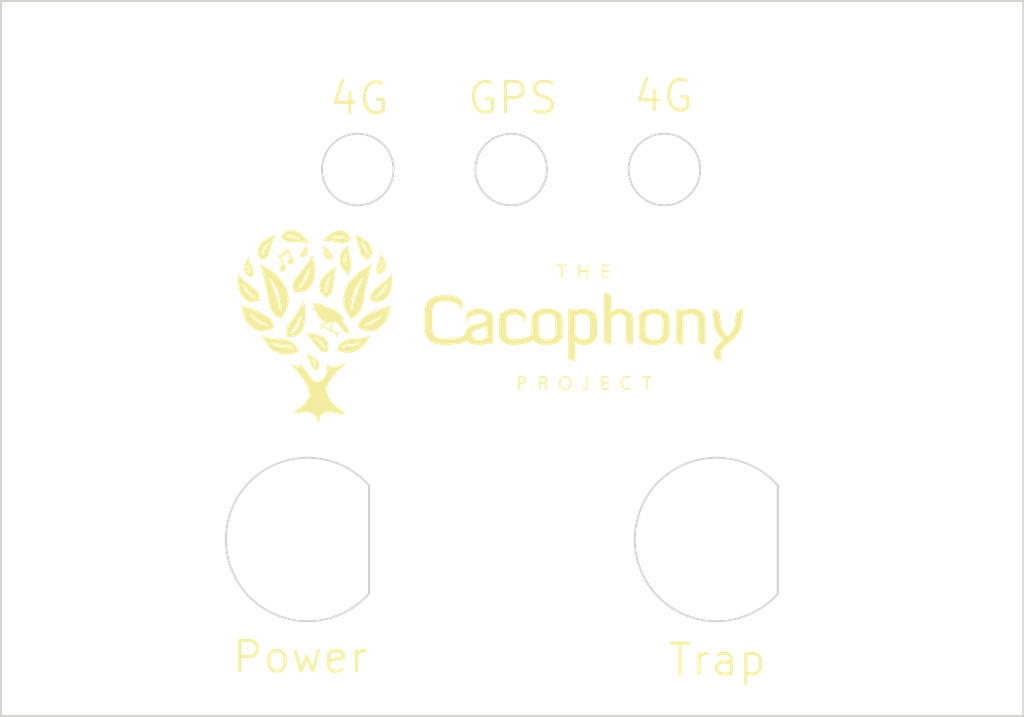
<source format=kicad_pcb>
(kicad_pcb (version 20211014) (generator pcbnew)
  (layers (0 "F.Cu" signal) (31 "B.Cu" signal) (34 "B.Paste" user) (35 "F.Paste" user) (36 "B.SilkS" user "B.Silkscreen") (37 "F.SilkS" user "F.Silkscreen") (38 "B.Mask" user) (39 "F.Mask" user) (44 "Edge.Cuts" user))
  (net 0 "")
  (footprint "cacophony-footprints:logo" (layer "F.Cu") (at 143.025 86.275)
    (fp_text reference "G***" hide)
    (fp_text value "LOGO" hide)
  )
  (gr_line (start 95.125 54.425) (end 195.125 54.425) (layer "Edge.Cuts") (width 0.2))
  (gr_circle (center 145.025 70.92138) (end 148.525 70.92138) (layer "Edge.Cuts") (width 0.2) (fill none))
  (gr_circle (center 160.025 70.92138) (end 163.525 70.92138) (layer "Edge.Cuts") (width 0.2) (fill none))
  (gr_arc (start 131.125 112.430867) (mid 117.124998 107.139367) (end 131.125 101.847867) (layer "Edge.Cuts") (width 0.2))
  (gr_line (start 131.124998 101.847867) (end 131.124998 112.430867) (layer "Edge.Cuts") (width 0.2))
  (gr_line (start 195.125 124.425) (end 95.125 124.425) (layer "Edge.Cuts") (width 0.2))
  (gr_line (start 171.124998 101.847867) (end 171.124998 112.430867) (layer "Edge.Cuts") (width 0.2))
  (gr_line (start 95.125 124.425) (end 95.125 54.425) (layer "Edge.Cuts") (width 0.2))
  (gr_line (start 195.125 54.425) (end 195.125 124.425) (layer "Edge.Cuts") (width 0.2))
  (gr_arc (start 171.125 112.430867) (mid 157.124998 107.139367) (end 171.125 101.847867) (layer "Edge.Cuts") (width 0.2))
  (gr_circle (center 130.025 70.92138) (end 133.525 70.92138) (layer "Edge.Cuts") (width 0.2) (fill none))
  (gr_text "Power" (at 124.4 118.65) (layer "F.SilkS") (effects (font (size 3 3) (thickness 0.3))))
  (gr_text "Trap" (at 165.2 118.925) (layer "F.SilkS") (effects (font (size 3 3) (thickness 0.3))))
  (gr_text "4G" (at 130.175 63.970527) (layer "F.SilkS") (effects (font (size 3 3) (thickness 0.3))))
  (gr_text "4G" (at 159.95 63.720527) (layer "F.SilkS") (effects (font (size 3 3) (thickness 0.3))))
  (gr_text "GPS" (at 145.2 63.920527) (layer "F.SilkS") (effects (font (size 3 3) (thickness 0.3))))
)
</source>
